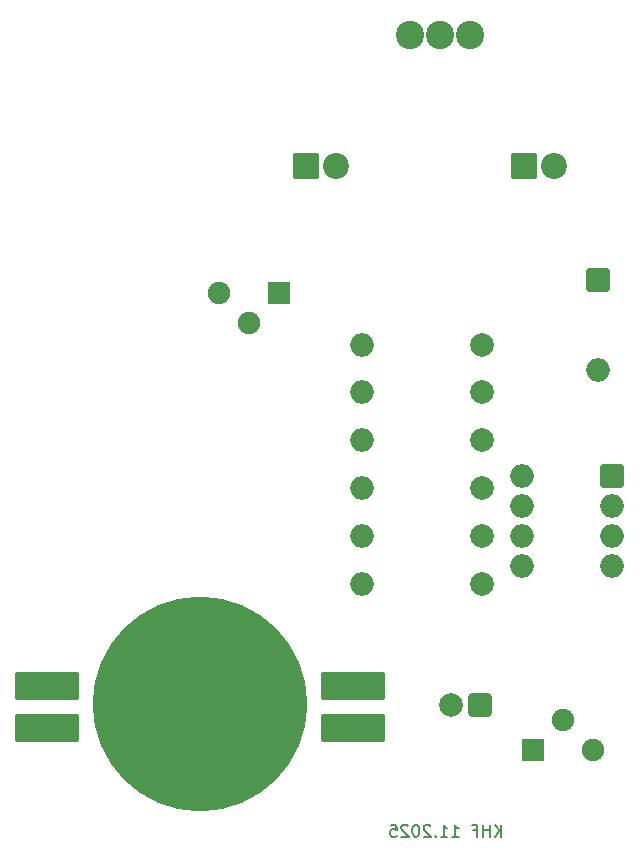
<source format=gbr>
%TF.GenerationSoftware,KiCad,Pcbnew,9.0.6*%
%TF.CreationDate,2025-11-24T07:47:15+01:00*%
%TF.ProjectId,Jo_Rabbit,4a6f5f52-6162-4626-9974-2e6b69636164,rev?*%
%TF.SameCoordinates,Original*%
%TF.FileFunction,Soldermask,Bot*%
%TF.FilePolarity,Negative*%
%FSLAX46Y46*%
G04 Gerber Fmt 4.6, Leading zero omitted, Abs format (unit mm)*
G04 Created by KiCad (PCBNEW 9.0.6) date 2025-11-24 07:47:15*
%MOMM*%
%LPD*%
G01*
G04 APERTURE LIST*
G04 Aperture macros list*
%AMRoundRect*
0 Rectangle with rounded corners*
0 $1 Rounding radius*
0 $2 $3 $4 $5 $6 $7 $8 $9 X,Y pos of 4 corners*
0 Add a 4 corners polygon primitive as box body*
4,1,4,$2,$3,$4,$5,$6,$7,$8,$9,$2,$3,0*
0 Add four circle primitives for the rounded corners*
1,1,$1+$1,$2,$3*
1,1,$1+$1,$4,$5*
1,1,$1+$1,$6,$7*
1,1,$1+$1,$8,$9*
0 Add four rect primitives between the rounded corners*
20,1,$1+$1,$2,$3,$4,$5,0*
20,1,$1+$1,$4,$5,$6,$7,0*
20,1,$1+$1,$6,$7,$8,$9,0*
20,1,$1+$1,$8,$9,$2,$3,0*%
G04 Aperture macros list end*
%ADD10C,0.150000*%
%ADD11RoundRect,0.200000X-0.750000X-0.750000X0.750000X-0.750000X0.750000X0.750000X-0.750000X0.750000X0*%
%ADD12C,1.900000*%
%ADD13RoundRect,0.200000X-0.900000X-0.900000X0.900000X-0.900000X0.900000X0.900000X-0.900000X0.900000X0*%
%ADD14C,2.200000*%
%ADD15RoundRect,0.200000X0.750000X0.750000X-0.750000X0.750000X-0.750000X-0.750000X0.750000X-0.750000X0*%
%ADD16RoundRect,0.200000X-0.800000X0.800000X-0.800000X-0.800000X0.800000X-0.800000X0.800000X0.800000X0*%
%ADD17O,2.000000X2.000000*%
%ADD18C,2.400000*%
%ADD19C,2.000000*%
%ADD20RoundRect,0.200000X2.500000X1.000000X-2.500000X1.000000X-2.500000X-1.000000X2.500000X-1.000000X0*%
%ADD21C,18.180000*%
%ADD22RoundRect,0.200000X0.800000X0.800000X-0.800000X0.800000X-0.800000X-0.800000X0.800000X-0.800000X0*%
%ADD23RoundRect,0.312500X0.687500X0.687500X-0.687500X0.687500X-0.687500X-0.687500X0.687500X-0.687500X0*%
G04 APERTURE END LIST*
D10*
X121163220Y-153669819D02*
X121163220Y-152669819D01*
X120591792Y-153669819D02*
X121020363Y-153098390D01*
X120591792Y-152669819D02*
X121163220Y-153241247D01*
X120163220Y-153669819D02*
X120163220Y-152669819D01*
X120163220Y-153146009D02*
X119591792Y-153146009D01*
X119591792Y-153669819D02*
X119591792Y-152669819D01*
X118782268Y-153146009D02*
X119115601Y-153146009D01*
X119115601Y-153669819D02*
X119115601Y-152669819D01*
X119115601Y-152669819D02*
X118639411Y-152669819D01*
X116972744Y-153669819D02*
X117544172Y-153669819D01*
X117258458Y-153669819D02*
X117258458Y-152669819D01*
X117258458Y-152669819D02*
X117353696Y-152812676D01*
X117353696Y-152812676D02*
X117448934Y-152907914D01*
X117448934Y-152907914D02*
X117544172Y-152955533D01*
X116020363Y-153669819D02*
X116591791Y-153669819D01*
X116306077Y-153669819D02*
X116306077Y-152669819D01*
X116306077Y-152669819D02*
X116401315Y-152812676D01*
X116401315Y-152812676D02*
X116496553Y-152907914D01*
X116496553Y-152907914D02*
X116591791Y-152955533D01*
X115591791Y-153574580D02*
X115544172Y-153622200D01*
X115544172Y-153622200D02*
X115591791Y-153669819D01*
X115591791Y-153669819D02*
X115639410Y-153622200D01*
X115639410Y-153622200D02*
X115591791Y-153574580D01*
X115591791Y-153574580D02*
X115591791Y-153669819D01*
X115163220Y-152765057D02*
X115115601Y-152717438D01*
X115115601Y-152717438D02*
X115020363Y-152669819D01*
X115020363Y-152669819D02*
X114782268Y-152669819D01*
X114782268Y-152669819D02*
X114687030Y-152717438D01*
X114687030Y-152717438D02*
X114639411Y-152765057D01*
X114639411Y-152765057D02*
X114591792Y-152860295D01*
X114591792Y-152860295D02*
X114591792Y-152955533D01*
X114591792Y-152955533D02*
X114639411Y-153098390D01*
X114639411Y-153098390D02*
X115210839Y-153669819D01*
X115210839Y-153669819D02*
X114591792Y-153669819D01*
X113972744Y-152669819D02*
X113877506Y-152669819D01*
X113877506Y-152669819D02*
X113782268Y-152717438D01*
X113782268Y-152717438D02*
X113734649Y-152765057D01*
X113734649Y-152765057D02*
X113687030Y-152860295D01*
X113687030Y-152860295D02*
X113639411Y-153050771D01*
X113639411Y-153050771D02*
X113639411Y-153288866D01*
X113639411Y-153288866D02*
X113687030Y-153479342D01*
X113687030Y-153479342D02*
X113734649Y-153574580D01*
X113734649Y-153574580D02*
X113782268Y-153622200D01*
X113782268Y-153622200D02*
X113877506Y-153669819D01*
X113877506Y-153669819D02*
X113972744Y-153669819D01*
X113972744Y-153669819D02*
X114067982Y-153622200D01*
X114067982Y-153622200D02*
X114115601Y-153574580D01*
X114115601Y-153574580D02*
X114163220Y-153479342D01*
X114163220Y-153479342D02*
X114210839Y-153288866D01*
X114210839Y-153288866D02*
X114210839Y-153050771D01*
X114210839Y-153050771D02*
X114163220Y-152860295D01*
X114163220Y-152860295D02*
X114115601Y-152765057D01*
X114115601Y-152765057D02*
X114067982Y-152717438D01*
X114067982Y-152717438D02*
X113972744Y-152669819D01*
X113258458Y-152765057D02*
X113210839Y-152717438D01*
X113210839Y-152717438D02*
X113115601Y-152669819D01*
X113115601Y-152669819D02*
X112877506Y-152669819D01*
X112877506Y-152669819D02*
X112782268Y-152717438D01*
X112782268Y-152717438D02*
X112734649Y-152765057D01*
X112734649Y-152765057D02*
X112687030Y-152860295D01*
X112687030Y-152860295D02*
X112687030Y-152955533D01*
X112687030Y-152955533D02*
X112734649Y-153098390D01*
X112734649Y-153098390D02*
X113306077Y-153669819D01*
X113306077Y-153669819D02*
X112687030Y-153669819D01*
X111782268Y-152669819D02*
X112258458Y-152669819D01*
X112258458Y-152669819D02*
X112306077Y-153146009D01*
X112306077Y-153146009D02*
X112258458Y-153098390D01*
X112258458Y-153098390D02*
X112163220Y-153050771D01*
X112163220Y-153050771D02*
X111925125Y-153050771D01*
X111925125Y-153050771D02*
X111829887Y-153098390D01*
X111829887Y-153098390D02*
X111782268Y-153146009D01*
X111782268Y-153146009D02*
X111734649Y-153241247D01*
X111734649Y-153241247D02*
X111734649Y-153479342D01*
X111734649Y-153479342D02*
X111782268Y-153574580D01*
X111782268Y-153574580D02*
X111829887Y-153622200D01*
X111829887Y-153622200D02*
X111925125Y-153669819D01*
X111925125Y-153669819D02*
X112163220Y-153669819D01*
X112163220Y-153669819D02*
X112258458Y-153622200D01*
X112258458Y-153622200D02*
X112306077Y-153574580D01*
D11*
%TO.C,Q1*%
X123805000Y-146340000D03*
D12*
X126345000Y-143800000D03*
X128885000Y-146340000D03*
%TD*%
D13*
%TO.C,D2*%
X104585000Y-96875000D03*
D14*
X107125000Y-96875000D03*
%TD*%
D15*
%TO.C,Q2*%
X102300000Y-107600000D03*
D12*
X99760000Y-110140000D03*
X97220000Y-107600000D03*
%TD*%
D13*
%TO.C,D1*%
X123110000Y-96850000D03*
D14*
X125650000Y-96850000D03*
%TD*%
D16*
%TO.C,D3*%
X129375000Y-106515000D03*
D17*
X129375000Y-114135000D03*
%TD*%
D18*
%TO.C,S1*%
X113426000Y-85773000D03*
X115966000Y-85773000D03*
X118506000Y-85773000D03*
%TD*%
D19*
%TO.C,R1off1*%
X119522000Y-132255000D03*
D17*
X109362000Y-132255000D03*
%TD*%
D19*
%TO.C,R5*%
X119522000Y-120105000D03*
D17*
X109362000Y-120105000D03*
%TD*%
D19*
%TO.C,R4*%
X119522000Y-116055000D03*
D17*
X109362000Y-116055000D03*
%TD*%
D19*
%TO.C,R6*%
X119522000Y-124155000D03*
D17*
X109362000Y-124155000D03*
%TD*%
D20*
%TO.C,U2*%
X108600000Y-144447000D03*
X108600000Y-140891000D03*
X82706000Y-144447000D03*
X82706000Y-140891000D03*
D21*
X95646000Y-142415000D03*
%TD*%
D19*
%TO.C,R4*%
X119522000Y-112005000D03*
D17*
X109362000Y-112005000D03*
%TD*%
D19*
%TO.C,R7*%
X119522000Y-128205000D03*
D17*
X109362000Y-128205000D03*
%TD*%
D22*
%TO.C,NE555*%
X130550000Y-123130000D03*
D17*
X130550000Y-125670000D03*
X130550000Y-128210000D03*
X130550000Y-130750000D03*
X122930000Y-130750000D03*
X122930000Y-128210000D03*
X122930000Y-125670000D03*
X122930000Y-123130000D03*
%TD*%
D23*
%TO.C,47uF*%
X119395000Y-142542000D03*
D19*
X116895000Y-142542000D03*
%TD*%
M02*

</source>
